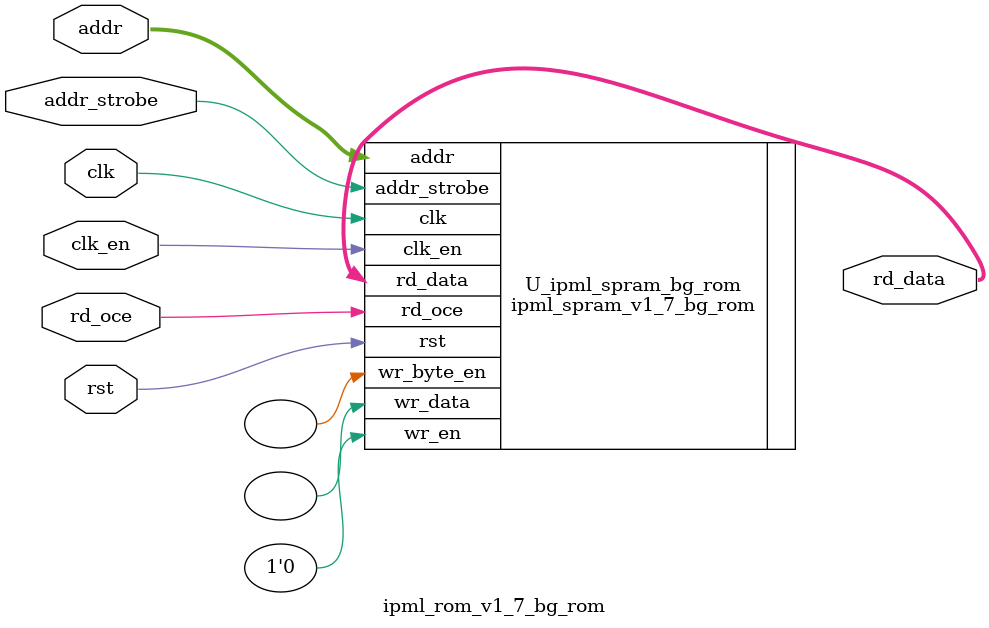
<source format=v>



module ipml_rom_v1_7_bg_rom
 #(
    parameter  c_SIM_DEVICE     = "LOGOS"      ,
    parameter  c_ADDR_WIDTH     = 10           ,           //write address width  legal value:1~20
    parameter  c_DATA_WIDTH     = 32           ,           //write data width     legal value:8~1152
    parameter  c_OUTPUT_REG     = 0            ,           //output register      legal value:1~20
    parameter  c_RD_OCE_EN      = 0            ,
    parameter  c_CLK_EN         = 0            ,
    parameter  c_ADDR_STROBE_EN = 0            ,
    parameter  c_RESET_TYPE     = "ASYNC_RESET",           //ASYNC_RESET_SYNC_RELEASE SYNC_RESET legal valve "ASYNC_RESET_SYNC_RELEASE" "SYNC_RESET" "ASYNC_RESET"
    parameter  c_POWER_OPT      = 0            ,           //0 :normal mode  1:low power mode legal value:0 or 1
    parameter  c_CLK_OR_POL_INV = 0            ,           //clk polarity invert for output register   legal value 1 or 0
    parameter  c_INIT_FILE      = "NONE"       ,           //legal value:"NONE" or "initial file name"
    parameter  c_INIT_FORMAT    = "BIN"                   //initial data format   legal valve: "bin" or "hex"

 )
  (

    input  wire [c_ADDR_WIDTH-1 : 0]  addr        ,
    output wire [c_DATA_WIDTH-1 : 0]  rd_data     ,
    input  wire                       clk         ,
    input  wire                       clk_en      ,
    input  wire                       addr_strobe ,
    input  wire                       rst         ,
    input  wire                       rd_oce
  );

//**********************************************************************************************************************************************

//main code
//*************************************************************************************************************************************
//inner variables

ipml_spram_v1_7_bg_rom
 #(
    .c_SIM_DEVICE     (c_SIM_DEVICE),
    .c_ADDR_WIDTH     (c_ADDR_WIDTH),           //write address width  legal value:1~20
    .c_DATA_WIDTH     (c_DATA_WIDTH),           //write data width     legal value:8~1152
    .c_OUTPUT_REG     (c_OUTPUT_REG),           //output register      legal value:1~20
    .c_RD_OCE_EN      (c_RD_OCE_EN),
    .c_ADDR_STROBE_EN (c_ADDR_STROBE_EN),
    .c_CLK_EN         (c_CLK_EN),
    .c_RESET_TYPE     (c_RESET_TYPE),           //legal valve "ASYNC_RESET_SYNC_RELEASE" "SYNC_RESET" "ASYNC_RESET"
    .c_POWER_OPT      (c_POWER_OPT),            //0 :normal mode  1:low power mode legal value:0 or 1
    .c_CLK_OR_POL_INV (c_CLK_OR_POL_INV),       //clk polarity invert for output register legal value 1 or 0
    .c_INIT_FILE      (c_INIT_FILE),            //legal value:"NONE" or "initial file name"
    .c_INIT_FORMAT    (c_INIT_FORMAT),          //initial data format   legal valve: "bin" or "hex"
    .c_WR_BYTE_EN     (0),                      //byte write enable    legal value: 0 or 1
    .c_BE_WIDTH       (1),                      //byte width legal value: 1~128
    .c_RAM_MODE       ("ROM"),
    .c_WRITE_MODE     ("NORMAL_WRITE")          //global reset enable  legal value 0 or 1
 )  U_ipml_spram_bg_rom                       //"NORMAL_WRITE"; // TRANSPARENT_WRITE READ_BEFORE_WRITE
  (

    .addr        (addr),
    .wr_data     (),
    .rd_data     (rd_data),
    .wr_en       (1'b0),
    .clk         (clk),
    .clk_en      (clk_en),
    .addr_strobe (addr_strobe),
    .rst         (rst),
    .wr_byte_en  (),
    .rd_oce      (rd_oce)
  );


endmodule


</source>
